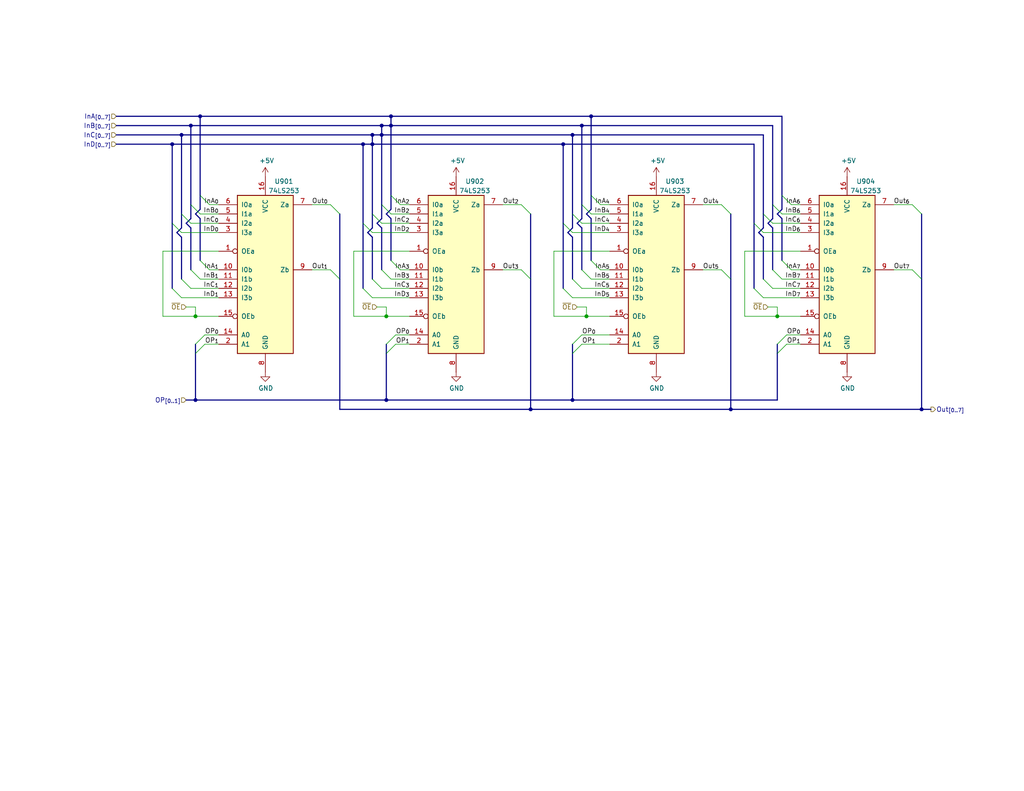
<source format=kicad_sch>
(kicad_sch (version 20250114) (generator "eeschema") (generator_version "9.0")
  (paper "USLetter")
  (title_block (title "BRISC8 CPU") (date "2025-06-05") (rev "v1.0.0") (company "Brian Duffy") (comment 3 "Compatible with the BRISC8 assembler and compiler suite.") (comment 4 "Simple 8-bit RISC CPU designed by Brian Duffy to explore the lowest level of computing."))
  (lib_symbols
    (symbol "74xx:74LS253" (pin_names (offset 1.016))
      (property "Reference" "U" (at -7.62 21.59 0))
      (property "Value" "74LS253" (at -7.62 -24.13 0))
      (symbol "74LS253_1_0"
        (pin input line (at -12.7 17.78 0) (length 5.08) (name "I0a") (number "6"))
        (pin input line (at -12.7 15.24 0) (length 5.08) (name "I1a") (number "5"))
        (pin input line (at -12.7 12.7 0) (length 5.08) (name "I2a") (number "4"))
        (pin input line (at -12.7 10.16 0) (length 5.08) (name "I3a") (number "3"))
        (pin input inverted (at -12.7 5.08 0) (length 5.08) (name "OEa") (number "1"))
        (pin input line (at -12.7 0 0) (length 5.08) (name "I0b") (number "10"))
        (pin input line (at -12.7 -2.54 0) (length 5.08) (name "I1b") (number "11"))
        (pin input line (at -12.7 -5.08 0) (length 5.08) (name "I2b") (number "12"))
        (pin input line (at -12.7 -7.62 0) (length 5.08) (name "I3b") (number "13"))
        (pin input inverted (at -12.7 -12.7 0) (length 5.08) (name "OEb") (number "15"))
        (pin input line (at -12.7 -17.78 0) (length 5.08) (name "A0") (number "14"))
        (pin input line (at -12.7 -20.32 0) (length 5.08) (name "A1") (number "2"))
        (pin power_in line (at 0 25.4 270) (length 5.08) (name "VCC") (number "16"))
        (pin power_in line (at 0 -27.94 90) (length 5.08) (name "GND") (number "8"))
        (pin tri_state line (at 12.7 17.78 180) (length 5.08) (name "Za") (number "7"))
        (pin tri_state line (at 12.7 0 180) (length 5.08) (name "Zb") (number "9"))
      )
      (symbol "74LS253_1_1"
        (rectangle (start -7.62 20.32) (end 7.62 -22.86) (stroke (width 0.254)) (fill (type background)))
      )
    )
    (symbol "power:+5V" (power) (pin_numbers (hide yes)) (pin_names (offset 0) (hide yes))
      (property "Value" "+5V" (at 0 3.556 0))
      (symbol "+5V_0_1"
        (polyline (pts (xy -0.762 1.27) (xy 0 2.54)))
        (polyline (pts (xy 0 2.54) (xy 0.762 1.27)))
        (polyline (pts (xy 0 0) (xy 0 2.54)))
      )
      (symbol "+5V_1_1"
        (pin power_in line (at 0 0 90) (length 0) (name "~") (number "1"))
      )
    )
    (symbol "power:GND" (power) (pin_numbers (hide yes)) (pin_names (offset 0) (hide yes))
      (property "Value" "GND" (at 0 -3.81 0))
      (symbol "GND_0_1"
        (polyline (pts (xy 0 0) (xy 0 -1.27) (xy 1.27 -1.27) (xy 0 -2.54) (xy -1.27 -1.27) (xy 0 -1.27)))
      )
      (symbol "GND_1_1"
        (pin power_in line (at 0 0 270) (length 0) (name "~") (number "1"))
      )
    )
  )
  (junction (at 101.6 39.37))
  (junction (at 46.99 39.37))
  (junction (at 156.21 109.22))
  (junction (at 104.14 34.29))
  (junction (at 160.02 86.36))
  (junction (at 153.67 39.37))
  (junction (at 144.78 111.76))
  (junction (at 212.09 86.36))
  (junction (at 52.07 34.29))
  (junction (at 101.6 36.83))
  (junction (at 54.61 31.75))
  (junction (at 161.29 31.75))
  (junction (at 105.41 109.22))
  (junction (at 99.06 39.37))
  (junction (at 251.46 111.76))
  (junction (at 156.21 36.83))
  (junction (at 104.14 36.83))
  (junction (at 158.75 34.29))
  (junction (at 49.53 36.83))
  (junction (at 105.41 86.36))
  (junction (at 53.34 86.36))
  (junction (at 106.68 34.29))
  (junction (at 199.39 111.76))
  (junction (at 106.68 31.75))
  (junction (at 53.34 109.22))
  (bus_entry (at 161.29 71.12) (size 2.54 2.54))
  (bus_entry (at 90.17 55.88) (size 2.54 2.54))
  (bus_entry (at 205.74 78.74) (size 2.54 2.54))
  (bus_entry (at 196.85 73.66) (size 2.54 2.54))
  (bus_entry (at 210.82 73.66) (size 2.54 2.54))
  (bus_entry (at 46.99 60.96) (size 2.54 2.54))
  (bus_entry (at 210.82 55.88) (size 2.54 2.54))
  (bus_entry (at 104.14 55.88) (size 2.54 2.54))
  (bus_entry (at 54.61 53.34) (size 2.54 2.54))
  (bus_entry (at 161.29 53.34) (size 2.54 2.54))
  (bus_entry (at 213.36 71.12) (size 2.54 2.54))
  (bus_entry (at 248.92 55.88) (size 2.54 2.54))
  (bus_entry (at 90.17 73.66) (size 2.54 2.54))
  (bus_entry (at 99.06 60.96) (size 2.54 2.54))
  (bus_entry (at 53.34 93.98) (size 2.54 -2.54))
  (bus_entry (at 105.41 93.98) (size 2.54 -2.54))
  (bus_entry (at 46.99 78.74) (size 2.54 2.54))
  (bus_entry (at 196.85 55.88) (size 2.54 2.54))
  (bus_entry (at 101.6 58.42) (size 2.54 2.54))
  (bus_entry (at 54.61 71.12) (size 2.54 2.54))
  (bus_entry (at 156.21 96.52) (size 2.54 -2.54))
  (bus_entry (at 156.21 58.42) (size 2.54 2.54))
  (bus_entry (at 158.75 73.66) (size 2.54 2.54))
  (bus_entry (at 142.24 55.88) (size 2.54 2.54))
  (bus_entry (at 142.24 73.66) (size 2.54 2.54))
  (bus_entry (at 153.67 78.74) (size 2.54 2.54))
  (bus_entry (at 248.92 73.66) (size 2.54 2.54))
  (bus_entry (at 156.21 76.2) (size 2.54 2.54))
  (bus_entry (at 104.14 73.66) (size 2.54 2.54))
  (bus_entry (at 53.34 96.52) (size 2.54 -2.54))
  (bus_entry (at 52.07 55.88) (size 2.54 2.54))
  (bus_entry (at 212.09 96.52) (size 2.54 -2.54))
  (bus_entry (at 106.68 71.12) (size 2.54 2.54))
  (bus_entry (at 153.67 60.96) (size 2.54 2.54))
  (bus_entry (at 101.6 76.2) (size 2.54 2.54))
  (bus_entry (at 213.36 53.34) (size 2.54 2.54))
  (bus_entry (at 49.53 76.2) (size 2.54 2.54))
  (bus_entry (at 52.07 73.66) (size 2.54 2.54))
  (bus_entry (at 208.28 58.42) (size 2.54 2.54))
  (bus_entry (at 106.68 53.34) (size 2.54 2.54))
  (bus_entry (at 156.21 93.98) (size 2.54 -2.54))
  (bus_entry (at 208.28 76.2) (size 2.54 2.54))
  (bus_entry (at 158.75 55.88) (size 2.54 2.54))
  (bus_entry (at 49.53 58.42) (size 2.54 2.54))
  (bus_entry (at 99.06 78.74) (size 2.54 2.54))
  (bus_entry (at 212.09 93.98) (size 2.54 -2.54))
  (bus_entry (at 105.41 96.52) (size 2.54 -2.54))
  (bus_entry (at 205.74 60.96) (size 2.54 2.54))
  (bus (pts (xy 106.68 31.75) (xy 106.68 34.29)))
  (wire (pts (xy 44.45 86.36) (xy 44.45 68.58)))
  (bus (pts (xy 101.6 76.2) (xy 101.6 64.77)))
  (wire (pts (xy 85.09 55.88) (xy 90.17 55.88)))
  (bus (pts (xy 104.14 36.83) (xy 104.14 55.88)))
  (bus (pts (xy 205.74 39.37) (xy 205.74 60.96)))
  (wire (pts (xy 151.13 86.36) (xy 151.13 68.58)))
  (wire (pts (xy 158.75 93.98) (xy 166.37 93.98)))
  (bus (pts (xy 212.09 58.42) (xy 213.36 57.15)))
  (bus (pts (xy 106.68 53.34) (xy 106.68 57.15)))
  (bus (pts (xy 53.34 109.22) (xy 105.41 109.22)))
  (bus (pts (xy 101.6 36.83) (xy 104.14 36.83)))
  (wire (pts (xy 111.76 78.74) (xy 104.14 78.74)))
  (bus (pts (xy 101.6 39.37) (xy 153.67 39.37)))
  (bus (pts (xy 156.21 58.42) (xy 156.21 62.23)))
  (bus (pts (xy 213.36 71.12) (xy 213.36 59.69)))
  (bus (pts (xy 157.48 60.96) (xy 158.75 62.23)))
  (wire (pts (xy 166.37 55.88) (xy 163.83 55.88)))
  (wire (pts (xy 208.28 63.5) (xy 218.44 63.5)))
  (wire (pts (xy 160.02 83.82) (xy 160.02 86.36)))
  (bus (pts (xy 205.74 60.96) (xy 205.74 78.74)))
  (bus (pts (xy 54.61 53.34) (xy 54.61 57.15)))
  (bus (pts (xy 213.36 53.34) (xy 213.36 57.15)))
  (bus (pts (xy 104.14 73.66) (xy 104.14 62.23)))
  (bus (pts (xy 212.09 96.52) (xy 212.09 109.22)))
  (bus (pts (xy 102.87 60.96) (xy 104.14 59.69)))
  (bus (pts (xy 54.61 31.75) (xy 106.68 31.75)))
  (bus (pts (xy 50.8 109.22) (xy 53.34 109.22)))
  (bus (pts (xy 158.75 34.29) (xy 158.75 55.88)))
  (bus (pts (xy 52.07 55.88) (xy 52.07 59.69)))
  (bus (pts (xy 53.34 58.42) (xy 54.61 57.15)))
  (wire (pts (xy 109.22 73.66) (xy 111.76 73.66)))
  (bus (pts (xy 199.39 58.42) (xy 199.39 76.2)))
  (wire (pts (xy 111.76 76.2) (xy 106.68 76.2)))
  (bus (pts (xy 53.34 58.42) (xy 54.61 59.69)))
  (wire (pts (xy 163.83 73.66) (xy 166.37 73.66)))
  (bus (pts (xy 100.33 63.5) (xy 101.6 62.23)))
  (bus (pts (xy 50.8 60.96) (xy 52.07 62.23)))
  (bus (pts (xy 101.6 39.37) (xy 101.6 58.42)))
  (bus (pts (xy 209.55 60.96) (xy 210.82 62.23)))
  (bus (pts (xy 104.14 34.29) (xy 104.14 36.83)))
  (bus (pts (xy 156.21 76.2) (xy 156.21 64.77)))
  (bus (pts (xy 207.01 63.5) (xy 208.28 64.77)))
  (wire (pts (xy 218.44 58.42) (xy 213.36 58.42)))
  (wire (pts (xy 49.53 81.28) (xy 59.69 81.28)))
  (bus (pts (xy 49.53 36.83) (xy 101.6 36.83)))
  (wire (pts (xy 111.76 86.36) (xy 105.41 86.36)))
  (wire (pts (xy 218.44 76.2) (xy 213.36 76.2)))
  (bus (pts (xy 31.75 36.83) (xy 49.53 36.83)))
  (bus (pts (xy 156.21 109.22) (xy 212.09 109.22)))
  (wire (pts (xy 59.69 55.88) (xy 57.15 55.88)))
  (bus (pts (xy 156.21 96.52) (xy 156.21 109.22)))
  (bus (pts (xy 161.29 71.12) (xy 161.29 59.69)))
  (bus (pts (xy 210.82 34.29) (xy 210.82 55.88)))
  (wire (pts (xy 166.37 76.2) (xy 161.29 76.2)))
  (bus (pts (xy 46.99 60.96) (xy 46.99 78.74)))
  (wire (pts (xy 111.76 58.42) (xy 106.68 58.42)))
  (wire (pts (xy 105.41 86.36) (xy 96.52 86.36)))
  (bus (pts (xy 100.33 63.5) (xy 101.6 64.77)))
  (wire (pts (xy 102.87 83.82) (xy 105.41 83.82)))
  (bus (pts (xy 154.94 63.5) (xy 156.21 64.77)))
  (bus (pts (xy 156.21 93.98) (xy 156.21 96.52)))
  (bus (pts (xy 104.14 34.29) (xy 106.68 34.29)))
  (wire (pts (xy 96.52 86.36) (xy 96.52 68.58)))
  (bus (pts (xy 161.29 31.75) (xy 213.36 31.75)))
  (bus (pts (xy 31.75 39.37) (xy 46.99 39.37)))
  (wire (pts (xy 160.02 86.36) (xy 151.13 86.36)))
  (wire (pts (xy 53.34 86.36) (xy 44.45 86.36)))
  (bus (pts (xy 157.48 60.96) (xy 158.75 59.69)))
  (bus (pts (xy 46.99 39.37) (xy 99.06 39.37)))
  (wire (pts (xy 49.53 63.5) (xy 59.69 63.5)))
  (bus (pts (xy 153.67 39.37) (xy 205.74 39.37)))
  (bus (pts (xy 144.78 58.42) (xy 144.78 76.2)))
  (wire (pts (xy 111.76 60.96) (xy 104.14 60.96)))
  (wire (pts (xy 137.16 73.66) (xy 142.24 73.66)))
  (bus (pts (xy 154.94 63.5) (xy 156.21 62.23)))
  (wire (pts (xy 156.21 63.5) (xy 166.37 63.5)))
  (bus (pts (xy 106.68 34.29) (xy 106.68 53.34)))
  (bus (pts (xy 105.41 96.52) (xy 105.41 109.22)))
  (bus (pts (xy 99.06 39.37) (xy 99.06 60.96)))
  (bus (pts (xy 156.21 36.83) (xy 156.21 58.42)))
  (bus (pts (xy 105.41 109.22) (xy 156.21 109.22)))
  (bus (pts (xy 99.06 39.37) (xy 101.6 39.37)))
  (wire (pts (xy 107.95 93.98) (xy 111.76 93.98)))
  (bus (pts (xy 49.53 76.2) (xy 49.53 64.77)))
  (wire (pts (xy 101.6 63.5) (xy 111.76 63.5)))
  (wire (pts (xy 55.88 93.98) (xy 59.69 93.98)))
  (bus (pts (xy 99.06 60.96) (xy 99.06 78.74)))
  (wire (pts (xy 218.44 78.74) (xy 210.82 78.74)))
  (bus (pts (xy 52.07 34.29) (xy 52.07 55.88)))
  (bus (pts (xy 158.75 34.29) (xy 210.82 34.29)))
  (wire (pts (xy 203.2 68.58) (xy 218.44 68.58)))
  (wire (pts (xy 214.63 93.98) (xy 218.44 93.98)))
  (bus (pts (xy 48.26 63.5) (xy 49.53 62.23)))
  (wire (pts (xy 59.69 58.42) (xy 54.61 58.42)))
  (bus (pts (xy 53.34 96.52) (xy 53.34 109.22)))
  (bus (pts (xy 158.75 73.66) (xy 158.75 62.23)))
  (bus (pts (xy 53.34 93.98) (xy 53.34 96.52)))
  (wire (pts (xy 158.75 91.44) (xy 166.37 91.44)))
  (wire (pts (xy 151.13 68.58) (xy 166.37 68.58)))
  (bus (pts (xy 50.8 60.96) (xy 52.07 59.69)))
  (wire (pts (xy 157.48 83.82) (xy 160.02 83.82)))
  (bus (pts (xy 92.71 58.42) (xy 92.71 76.2)))
  (wire (pts (xy 166.37 58.42) (xy 161.29 58.42)))
  (wire (pts (xy 50.8 83.82) (xy 53.34 83.82)))
  (bus (pts (xy 158.75 55.88) (xy 158.75 59.69)))
  (bus (pts (xy 251.46 111.76) (xy 254 111.76)))
  (bus (pts (xy 92.71 111.76) (xy 92.71 76.2)))
  (bus (pts (xy 208.28 76.2) (xy 208.28 64.77)))
  (wire (pts (xy 96.52 68.58) (xy 111.76 68.58)))
  (bus (pts (xy 144.78 111.76) (xy 199.39 111.76)))
  (wire (pts (xy 55.88 91.44) (xy 59.69 91.44)))
  (wire (pts (xy 57.15 73.66) (xy 59.69 73.66)))
  (wire (pts (xy 156.21 81.28) (xy 166.37 81.28)))
  (wire (pts (xy 166.37 60.96) (xy 158.75 60.96)))
  (bus (pts (xy 156.21 36.83) (xy 208.28 36.83)))
  (bus (pts (xy 251.46 58.42) (xy 251.46 76.2)))
  (bus (pts (xy 49.53 36.83) (xy 49.53 58.42)))
  (wire (pts (xy 107.95 91.44) (xy 111.76 91.44)))
  (bus (pts (xy 105.41 58.42) (xy 106.68 57.15)))
  (wire (pts (xy 111.76 55.88) (xy 109.22 55.88)))
  (wire (pts (xy 191.77 55.88) (xy 196.85 55.88)))
  (wire (pts (xy 59.69 60.96) (xy 52.07 60.96)))
  (wire (pts (xy 218.44 60.96) (xy 210.82 60.96)))
  (bus (pts (xy 52.07 34.29) (xy 104.14 34.29)))
  (wire (pts (xy 105.41 83.82) (xy 105.41 86.36)))
  (wire (pts (xy 214.63 91.44) (xy 218.44 91.44)))
  (wire (pts (xy 166.37 86.36) (xy 160.02 86.36)))
  (bus (pts (xy 101.6 36.83) (xy 101.6 39.37)))
  (wire (pts (xy 191.77 73.66) (xy 196.85 73.66)))
  (bus (pts (xy 153.67 60.96) (xy 153.67 78.74)))
  (bus (pts (xy 54.61 71.12) (xy 54.61 59.69)))
  (bus (pts (xy 54.61 31.75) (xy 54.61 53.34)))
  (wire (pts (xy 85.09 73.66) (xy 90.17 73.66)))
  (bus (pts (xy 106.68 71.12) (xy 106.68 59.69)))
  (wire (pts (xy 101.6 81.28) (xy 111.76 81.28)))
  (bus (pts (xy 144.78 76.2) (xy 144.78 111.76)))
  (wire (pts (xy 208.28 81.28) (xy 218.44 81.28)))
  (wire (pts (xy 59.69 78.74) (xy 52.07 78.74)))
  (bus (pts (xy 48.26 63.5) (xy 49.53 64.77)))
  (bus (pts (xy 208.28 36.83) (xy 208.28 58.42)))
  (bus (pts (xy 251.46 76.2) (xy 251.46 111.76)))
  (bus (pts (xy 199.39 111.76) (xy 251.46 111.76)))
  (bus (pts (xy 104.14 36.83) (xy 156.21 36.83)))
  (bus (pts (xy 207.01 63.5) (xy 208.28 62.23)))
  (bus (pts (xy 52.07 73.66) (xy 52.07 62.23)))
  (bus (pts (xy 31.75 34.29) (xy 52.07 34.29)))
  (bus (pts (xy 102.87 60.96) (xy 104.14 62.23)))
  (bus (pts (xy 153.67 39.37) (xy 153.67 60.96)))
  (bus (pts (xy 49.53 58.42) (xy 49.53 62.23)))
  (wire (pts (xy 243.84 55.88) (xy 248.92 55.88)))
  (wire (pts (xy 59.69 86.36) (xy 53.34 86.36)))
  (bus (pts (xy 161.29 53.34) (xy 161.29 57.15)))
  (bus (pts (xy 144.78 111.76) (xy 92.71 111.76)))
  (bus (pts (xy 101.6 58.42) (xy 101.6 62.23)))
  (bus (pts (xy 105.41 93.98) (xy 105.41 96.52)))
  (wire (pts (xy 218.44 86.36) (xy 212.09 86.36)))
  (bus (pts (xy 106.68 31.75) (xy 161.29 31.75)))
  (wire (pts (xy 209.55 83.82) (xy 212.09 83.82)))
  (bus (pts (xy 210.82 73.66) (xy 210.82 62.23)))
  (bus (pts (xy 104.14 55.88) (xy 104.14 59.69)))
  (wire (pts (xy 212.09 83.82) (xy 212.09 86.36)))
  (wire (pts (xy 243.84 73.66) (xy 248.92 73.66)))
  (wire (pts (xy 203.2 86.36) (xy 203.2 68.58)))
  (wire (pts (xy 44.45 68.58) (xy 59.69 68.58)))
  (bus (pts (xy 209.55 60.96) (xy 210.82 59.69)))
  (wire (pts (xy 215.9 73.66) (xy 218.44 73.66)))
  (bus (pts (xy 106.68 34.29) (xy 158.75 34.29)))
  (wire (pts (xy 53.34 83.82) (xy 53.34 86.36)))
  (bus (pts (xy 105.41 58.42) (xy 106.68 59.69)))
  (bus (pts (xy 212.09 93.98) (xy 212.09 96.52)))
  (wire (pts (xy 218.44 55.88) (xy 215.9 55.88)))
  (bus (pts (xy 46.99 39.37) (xy 46.99 60.96)))
  (bus (pts (xy 199.39 76.2) (xy 199.39 111.76)))
  (bus (pts (xy 160.02 58.42) (xy 161.29 57.15)))
  (bus (pts (xy 212.09 58.42) (xy 213.36 59.69)))
  (bus (pts (xy 31.75 31.75) (xy 54.61 31.75)))
  (bus (pts (xy 160.02 58.42) (xy 161.29 59.69)))
  (bus (pts (xy 210.82 55.88) (xy 210.82 59.69)))
  (wire (pts (xy 137.16 55.88) (xy 142.24 55.88)))
  (bus (pts (xy 208.28 58.42) (xy 208.28 62.23)))
  (bus (pts (xy 213.36 31.75) (xy 213.36 53.34)))
  (bus (pts (xy 161.29 31.75) (xy 161.29 53.34)))
  (wire (pts (xy 212.09 86.36) (xy 203.2 86.36)))
  (wire (pts (xy 166.37 78.74) (xy 158.75 78.74)))
  (wire (pts (xy 59.69 76.2) (xy 54.61 76.2)))
  (label "Out_{5}" (at 191.77 73.66 0))
  (label "InA_{0}" (at 59.69 55.88 180))
  (label "InC_{0}" (at 59.69 60.96 180))
  (label "InC_{2}" (at 111.76 60.96 180))
  (label "InC_{5}" (at 166.37 78.74 180))
  (label "InA_{1}" (at 59.69 73.66 180))
  (label "Out_{0}" (at 85.09 55.88 0))
  (label "Out_{4}" (at 191.77 55.88 0))
  (label "InB_{7}" (at 218.44 76.2 180))
  (label "InD_{6}" (at 218.44 63.5 180))
  (label "OP_{0}" (at 111.76 91.44 180))
  (label "Out_{2}" (at 137.16 55.88 0))
  (label "InB_{3}" (at 111.76 76.2 180))
  (label "InA_{3}" (at 111.76 73.66 180))
  (label "InC_{4}" (at 166.37 60.96 180))
  (label "InB_{1}" (at 59.69 76.2 180))
  (label "InB_{0}" (at 59.69 58.42 180))
  (label "InA_{6}" (at 218.44 55.88 180))
  (label "InD_{7}" (at 218.44 81.28 180))
  (label "InB_{6}" (at 218.44 58.42 180))
  (label "InB_{2}" (at 111.76 58.42 180))
  (label "InC_{1}" (at 59.69 78.74 180))
  (label "InA_{5}" (at 166.37 73.66 180))
  (label "InB_{4}" (at 166.37 58.42 180))
  (label "InD_{2}" (at 111.76 63.5 180))
  (label "InD_{3}" (at 111.76 81.28 180))
  (label "InC_{3}" (at 111.76 78.74 180))
  (label "InD_{1}" (at 59.69 81.28 180))
  (label "Out_{7}" (at 243.84 73.66 0))
  (label "InA_{4}" (at 166.37 55.88 180))
  (label "OP_{1}" (at 59.69 93.98 180))
  (label "InC_{7}" (at 218.44 78.74 180))
  (label "OP_{0}" (at 218.44 91.44 180))
  (label "OP_{0}" (at 59.69 91.44 180))
  (label "InA_{2}" (at 111.76 55.88 180))
  (label "InB_{5}" (at 166.37 76.2 180))
  (label "InD_{5}" (at 166.37 81.28 180))
  (label "InD_{4}" (at 166.37 63.5 180))
  (label "InC_{6}" (at 218.44 60.96 180))
  (label "InA_{7}" (at 218.44 73.66 180))
  (label "InD_{0}" (at 59.69 63.5 180))
  (label "Out_{3}" (at 137.16 73.66 0))
  (label "Out_{1}" (at 85.09 73.66 0))
  (label "OP_{1}" (at 218.44 93.98 180))
  (label "OP_{0}" (at 162.56 91.44 180))
  (label "OP_{1}" (at 111.76 93.98 180))
  (label "OP_{1}" (at 162.56 93.98 180))
  (label "Out_{6}" (at 243.84 55.88 0))
  (hierarchical_label "~{OE}" (shape input) (at 50.8 83.82 180))
  (hierarchical_label "InA_{[0..7]}" (shape input) (at 31.75 31.75 180))
  (hierarchical_label "OP_{[0..1]}" (shape input) (at 50.8 109.22 180))
  (hierarchical_label "InB_{[0..7]}" (shape input) (at 31.75 34.29 180))
  (hierarchical_label "InC_{[0..7]}" (shape input) (at 31.75 36.83 180))
  (hierarchical_label "Out_{[0..7]}" (shape output) (at 254 111.76 0))
  (hierarchical_label "~{OE}" (shape input) (at 157.48 83.82 180))
  (hierarchical_label "InD_{[0..7]}" (shape input) (at 31.75 39.37 180))
  (hierarchical_label "~{OE}" (shape input) (at 209.55 83.82 180))
  (hierarchical_label "~{OE}" (shape input) (at 102.87 83.82 180))
  (symbol (lib_id "power:GND") (at 72.39 101.6 0) (unit 1)
    (property "Reference" "#PWR0905" (effects (hide yes)))
    (property "Value" "GND" (at 72.517 105.9942 0))
  )
  (symbol (lib_id "power:+5V") (at 72.39 48.26 0) (unit 1)
    (property "Reference" "#PWR0901" (effects (hide yes)))
    (property "Value" "+5V" (at 72.771 43.8658 0))
  )
  (symbol (lib_id "power:GND") (at 124.46 101.6 0) (unit 1)
    (property "Reference" "#PWR0906" (effects (hide yes)))
    (property "Value" "GND" (at 124.587 105.9942 0))
  )
  (symbol (lib_id "power:+5V") (at 124.46 48.26 0) (unit 1)
    (property "Reference" "#PWR0902" (effects (hide yes)))
    (property "Value" "+5V" (at 124.841 43.8658 0))
  )
  (symbol (lib_id "power:GND") (at 179.07 101.6 0) (unit 1)
    (property "Reference" "#PWR0907" (effects (hide yes)))
    (property "Value" "GND" (at 179.197 105.9942 0))
  )
  (symbol (lib_id "power:+5V") (at 179.07 48.26 0) (unit 1)
    (property "Reference" "#PWR0903" (effects (hide yes)))
    (property "Value" "+5V" (at 179.451 43.8658 0))
  )
  (symbol (lib_id "power:GND") (at 231.14 101.6 0) (unit 1)
    (property "Reference" "#PWR0908" (effects (hide yes)))
    (property "Value" "GND" (at 231.267 105.9942 0))
  )
  (symbol (lib_id "power:+5V") (at 231.14 48.26 0) (unit 1)
    (property "Reference" "#PWR0904" (effects (hide yes)))
    (property "Value" "+5V" (at 231.521 43.8658 0))
  )
  (symbol (lib_id "74xx:74LS253") (at 72.39 73.66 0) (unit 1)
    (property "Reference" "U901" (at 77.47 49.53 0))
    (property "Value" "74LS253" (at 77.47 52.07 0))
    (property "Datasheet" "http://www.ti.com/lit/gpn/sn74LS253" (effects (hide yes)))
  )
  (symbol (lib_id "74xx:74LS253") (at 124.46 73.66 0) (unit 1)
    (property "Reference" "U902" (at 129.54 49.53 0))
    (property "Value" "74LS253" (at 129.54 52.07 0))
    (property "Datasheet" "http://www.ti.com/lit/gpn/sn74LS253" (effects (hide yes)))
  )
  (symbol (lib_id "74xx:74LS253") (at 231.14 73.66 0) (unit 1)
    (property "Reference" "U904" (at 236.22 49.53 0))
    (property "Value" "74LS253" (at 236.22 52.07 0))
    (property "Datasheet" "http://www.ti.com/lit/gpn/sn74LS253" (effects (hide yes)))
  )
  (symbol (lib_id "74xx:74LS253") (at 179.07 73.66 0) (unit 1)
    (property "Reference" "U903" (at 184.15 49.53 0))
    (property "Value" "74LS253" (at 184.15 52.07 0))
    (property "Datasheet" "http://www.ti.com/lit/gpn/sn74LS253" (effects (hide yes)))
  )
)
</source>
